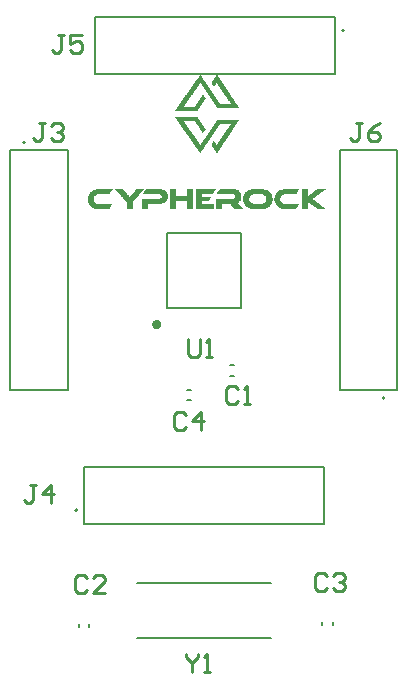
<source format=gbr>
%TF.GenerationSoftware,Altium Limited,Altium Designer,23.4.1 (23)*%
G04 Layer_Color=65535*
%FSLAX45Y45*%
%MOMM*%
%TF.SameCoordinates,37F79050-5382-499E-8BED-BD4E09E40BF1*%
%TF.FilePolarity,Positive*%
%TF.FileFunction,Legend,Top*%
%TF.Part,Single*%
G01*
G75*
%TA.AperFunction,NonConductor*%
%ADD25C,0.40000*%
%ADD26C,0.20000*%
%ADD27C,0.12700*%
%ADD28C,0.25400*%
G36*
X1762759Y6152486D02*
X1766124D01*
Y6149121D01*
Y6145757D01*
X1769488D01*
Y6142392D01*
Y6139028D01*
X1772852D01*
Y6135664D01*
X1776217D01*
Y6132299D01*
X1779581D01*
Y6128935D01*
Y6125571D01*
X1782945D01*
Y6122206D01*
X1786310D01*
Y6118842D01*
Y6115477D01*
X1789674D01*
Y6112113D01*
X1793039D01*
Y6108749D01*
Y6105384D01*
X1796403D01*
Y6102020D01*
Y6098656D01*
X1799767D01*
Y6095291D01*
X1803132D01*
Y6091927D01*
X1806496D01*
Y6088563D01*
Y6085198D01*
X1809860D01*
Y6081834D01*
X1813225D01*
Y6078469D01*
Y6075105D01*
X1816589D01*
Y6071741D01*
X1819953D01*
Y6068376D01*
Y6065012D01*
X1823318D01*
Y6061648D01*
X1826682D01*
Y6058283D01*
X1830047D01*
Y6054919D01*
Y6051555D01*
X1833411D01*
Y6048190D01*
Y6044826D01*
X1836775D01*
Y6041461D01*
X1840140D01*
Y6038097D01*
Y6034733D01*
X1843504D01*
Y6031368D01*
X1846869D01*
Y6028004D01*
Y6024640D01*
X1850233D01*
Y6021275D01*
X1853597D01*
Y6017911D01*
Y6014547D01*
X1856961D01*
Y6011182D01*
X1860326D01*
Y6007818D01*
Y6004453D01*
X1863690D01*
Y6001089D01*
X1867055D01*
Y5997725D01*
X1870419D01*
Y5994360D01*
Y5990996D01*
X1873783D01*
Y5987632D01*
X1877148D01*
Y5984267D01*
Y5980903D01*
X1880512D01*
Y5977538D01*
X1883876D01*
Y5974174D01*
Y5970810D01*
X1887241D01*
Y5967445D01*
X1890605D01*
Y5964081D01*
Y5960717D01*
X1893970D01*
Y5957352D01*
X1897334D01*
Y5953988D01*
Y5950624D01*
X1900698D01*
Y5947259D01*
X1904063D01*
Y5943895D01*
Y5940530D01*
X1907427D01*
Y5937166D01*
X1910791D01*
Y5933802D01*
Y5930437D01*
X1914156D01*
Y5927073D01*
X1917520D01*
Y5923709D01*
Y5920344D01*
X1920884D01*
Y5916980D01*
X1924249D01*
Y5913616D01*
Y5910251D01*
X1927613D01*
Y5906887D01*
X1930978D01*
Y5903522D01*
Y5900158D01*
X1934342D01*
Y5896794D01*
X1937706D01*
Y5893429D01*
X1941071D01*
Y5890065D01*
Y5886701D01*
X1944435D01*
Y5883336D01*
X1947800D01*
Y5879972D01*
Y5876608D01*
X1951164D01*
Y5873243D01*
X1766124D01*
Y5876608D01*
X1762759D01*
Y5879972D01*
X1759395D01*
Y5883336D01*
Y5886701D01*
X1756031D01*
Y5890065D01*
X1752666D01*
Y5893429D01*
X1749302D01*
Y5896794D01*
Y5900158D01*
X1745938D01*
Y5903522D01*
X1742573D01*
Y5906887D01*
Y5910251D01*
X1739209D01*
Y5913616D01*
X1735844D01*
Y5916980D01*
Y5920344D01*
X1732480D01*
Y5923709D01*
X1729116D01*
Y5927073D01*
Y5930437D01*
X1725751D01*
Y5933802D01*
X1722387D01*
Y5937166D01*
Y5940530D01*
X1719022D01*
Y5943895D01*
X1715658D01*
Y5947259D01*
Y5950624D01*
X1712294D01*
Y5953988D01*
X1708930D01*
Y5957352D01*
Y5960717D01*
X1705565D01*
Y5964081D01*
X1702201D01*
Y5967445D01*
Y5970810D01*
X1698837D01*
Y5974174D01*
X1695472D01*
Y5977538D01*
X1692108D01*
Y5980903D01*
Y5984267D01*
X1688743D01*
Y5987632D01*
X1685379D01*
Y5990996D01*
Y5994360D01*
X1682015D01*
Y5997725D01*
X1678650D01*
Y6001089D01*
Y6004453D01*
X1675286D01*
Y6007818D01*
X1671921D01*
Y6011182D01*
Y6014547D01*
X1668557D01*
Y6017911D01*
X1665193D01*
Y6021275D01*
Y6024640D01*
X1661829D01*
Y6028004D01*
X1658464D01*
Y6031368D01*
Y6034733D01*
X1655100D01*
Y6038097D01*
X1651735D01*
Y6041461D01*
Y6044826D01*
X1648371D01*
Y6048190D01*
X1645007D01*
Y6051555D01*
Y6054919D01*
X1641642D01*
Y6058283D01*
X1638278D01*
Y6061648D01*
Y6065012D01*
X1634913D01*
Y6068376D01*
X1631549D01*
Y6071741D01*
Y6075105D01*
X1628185D01*
Y6078469D01*
X1624820D01*
Y6081834D01*
Y6085198D01*
X1618092D01*
Y6081834D01*
X1614727D01*
Y6078469D01*
Y6075105D01*
X1611363D01*
Y6071741D01*
X1607999D01*
Y6068376D01*
Y6065012D01*
X1604634D01*
Y6061648D01*
X1601270D01*
Y6058283D01*
X1597906D01*
Y6054919D01*
Y6051555D01*
X1594541D01*
Y6048190D01*
X1591177D01*
Y6044826D01*
Y6041461D01*
X1587812D01*
Y6038097D01*
X1584448D01*
Y6034733D01*
X1581084D01*
Y6031368D01*
Y6028004D01*
X1577719D01*
Y6024640D01*
X1574355D01*
Y6021275D01*
Y6017911D01*
X1570991D01*
Y6014547D01*
X1567626D01*
Y6011182D01*
Y6007818D01*
X1564262D01*
Y6004453D01*
X1560898D01*
Y6001089D01*
X1557533D01*
Y5997725D01*
Y5994360D01*
X1554169D01*
Y5990996D01*
Y5987632D01*
X1550804D01*
Y5984267D01*
X1547440D01*
Y5980903D01*
X1544076D01*
Y5977538D01*
Y5974174D01*
X1540711D01*
Y5970810D01*
X1537347D01*
Y5967445D01*
Y5964081D01*
X1533983D01*
Y5960717D01*
X1530618D01*
Y5957352D01*
X1527254D01*
Y5953988D01*
Y5950624D01*
X1523890D01*
Y5947259D01*
X1520525D01*
Y5943895D01*
Y5940530D01*
X1517161D01*
Y5937166D01*
X1513796D01*
Y5933802D01*
Y5930437D01*
X1510432D01*
Y5927073D01*
X1507068D01*
Y5923709D01*
X1503703D01*
Y5920344D01*
Y5916980D01*
X1500339D01*
Y5913616D01*
X1496975D01*
Y5910251D01*
Y5906887D01*
X1493610D01*
Y5903522D01*
X1490246D01*
Y5900158D01*
X1486881D01*
Y5896794D01*
Y5893429D01*
X1483517D01*
Y5890065D01*
Y5886701D01*
X1564262D01*
Y5883336D01*
X1570991D01*
Y5886701D01*
X1574355D01*
Y5890065D01*
X1577719D01*
Y5893429D01*
X1581084D01*
Y5896794D01*
Y5900158D01*
X1584448D01*
Y5903522D01*
Y5906887D01*
X1587812D01*
Y5910251D01*
X1591177D01*
Y5913616D01*
X1594541D01*
Y5916980D01*
Y5920344D01*
X1597906D01*
Y5923709D01*
X1601270D01*
Y5927073D01*
Y5930437D01*
X1604634D01*
Y5933802D01*
X1607999D01*
Y5937166D01*
Y5940530D01*
X1611363D01*
Y5943895D01*
X1614727D01*
Y5947259D01*
X1618092D01*
Y5950624D01*
Y5953988D01*
X1621456D01*
Y5957352D01*
X1624820D01*
Y5960717D01*
Y5964081D01*
X1628185D01*
Y5967445D01*
X1631549D01*
Y5970810D01*
X1634913D01*
Y5974174D01*
Y5977538D01*
X1638278D01*
Y5980903D01*
X1641642D01*
Y5984267D01*
Y5987632D01*
X1645007D01*
Y5984267D01*
Y5980903D01*
X1648371D01*
Y5977538D01*
Y5974174D01*
X1651735D01*
Y5970810D01*
X1655100D01*
Y5967445D01*
X1658464D01*
Y5964081D01*
Y5960717D01*
X1661829D01*
Y5957352D01*
X1665193D01*
Y5953988D01*
Y5950624D01*
Y5947259D01*
X1661829D01*
Y5943895D01*
X1658464D01*
Y5940530D01*
X1655100D01*
Y5937166D01*
Y5933802D01*
X1651735D01*
Y5930437D01*
X1648371D01*
Y5927073D01*
Y5923709D01*
X1645007D01*
Y5920344D01*
X1641642D01*
Y5916980D01*
X1638278D01*
Y5913616D01*
Y5910251D01*
X1634913D01*
Y5906887D01*
X1631549D01*
Y5903522D01*
Y5900158D01*
X1628185D01*
Y5896794D01*
X1624820D01*
Y5893429D01*
Y5890065D01*
X1621456D01*
Y5886701D01*
X1618092D01*
Y5883336D01*
X1614727D01*
Y5879972D01*
Y5876608D01*
X1611363D01*
Y5873243D01*
X1607999D01*
Y5869879D01*
Y5866515D01*
X1604634D01*
Y5863150D01*
X1601270D01*
Y5859786D01*
X1597906D01*
Y5856421D01*
Y5853057D01*
X1594541D01*
Y5849693D01*
X1402772D01*
Y5853057D01*
X1406137D01*
Y5856421D01*
X1409501D01*
Y5859786D01*
X1412865D01*
Y5863150D01*
X1416230D01*
Y5866515D01*
Y5869879D01*
X1419594D01*
Y5873243D01*
X1422959D01*
Y5876608D01*
Y5879972D01*
X1426323D01*
Y5883336D01*
X1429687D01*
Y5886701D01*
Y5890065D01*
X1433052D01*
Y5893429D01*
X1436416D01*
Y5896794D01*
Y5900158D01*
X1439780D01*
Y5903522D01*
X1443145D01*
Y5906887D01*
X1446509D01*
Y5910251D01*
Y5913616D01*
X1449873D01*
Y5916980D01*
X1453238D01*
Y5920344D01*
Y5923709D01*
X1456602D01*
Y5927073D01*
X1459967D01*
Y5930437D01*
X1463331D01*
Y5933802D01*
Y5937166D01*
X1466695D01*
Y5940530D01*
X1470060D01*
Y5943895D01*
Y5947259D01*
X1473424D01*
Y5950624D01*
X1476788D01*
Y5953988D01*
Y5957352D01*
X1480153D01*
Y5960717D01*
X1483517D01*
Y5964081D01*
X1486881D01*
Y5967445D01*
Y5970810D01*
X1490246D01*
Y5974174D01*
X1493610D01*
Y5977538D01*
Y5980903D01*
X1496975D01*
Y5984267D01*
X1500339D01*
Y5987632D01*
X1503703D01*
Y5990996D01*
Y5994360D01*
X1507068D01*
Y5997725D01*
X1510432D01*
Y6001089D01*
Y6004453D01*
X1513796D01*
Y6007818D01*
X1517161D01*
Y6011182D01*
X1520525D01*
Y6014547D01*
Y6017911D01*
X1523890D01*
Y6021275D01*
X1527254D01*
Y6024640D01*
Y6028004D01*
X1530618D01*
Y6031368D01*
X1533983D01*
Y6034733D01*
Y6038097D01*
X1537347D01*
Y6041461D01*
X1540711D01*
Y6044826D01*
Y6048190D01*
X1544076D01*
Y6051555D01*
X1547440D01*
Y6054919D01*
Y6058283D01*
X1550804D01*
Y6061648D01*
X1554169D01*
Y6065012D01*
X1557533D01*
Y6068376D01*
Y6071741D01*
X1560898D01*
Y6075105D01*
X1564262D01*
Y6078469D01*
Y6081834D01*
X1567626D01*
Y6085198D01*
X1570991D01*
Y6088563D01*
Y6091927D01*
X1574355D01*
Y6095291D01*
X1577719D01*
Y6098656D01*
X1581084D01*
Y6102020D01*
Y6105384D01*
X1584448D01*
Y6108749D01*
X1587812D01*
Y6112113D01*
Y6115477D01*
X1591177D01*
Y6118842D01*
X1594541D01*
Y6122206D01*
X1597906D01*
Y6125571D01*
Y6128935D01*
X1601270D01*
Y6132299D01*
X1604634D01*
Y6135664D01*
Y6139028D01*
X1607999D01*
Y6142392D01*
X1611363D01*
Y6145757D01*
X1614727D01*
Y6149121D01*
Y6152486D01*
X1618092D01*
Y6155850D01*
X1621456D01*
Y6152486D01*
X1624820D01*
Y6149121D01*
Y6145757D01*
X1628185D01*
Y6142392D01*
X1631549D01*
Y6139028D01*
Y6135664D01*
X1634913D01*
Y6132299D01*
X1638278D01*
Y6128935D01*
Y6125571D01*
X1641642D01*
Y6122206D01*
X1645007D01*
Y6118842D01*
Y6115477D01*
X1648371D01*
Y6112113D01*
X1651735D01*
Y6108749D01*
X1655100D01*
Y6105384D01*
Y6102020D01*
X1658464D01*
Y6098656D01*
X1661829D01*
Y6095291D01*
Y6091927D01*
X1665193D01*
Y6088563D01*
X1668557D01*
Y6085198D01*
Y6081834D01*
X1671921D01*
Y6078469D01*
X1675286D01*
Y6075105D01*
Y6071741D01*
X1678650D01*
Y6068376D01*
Y6065012D01*
X1682015D01*
Y6061648D01*
X1685379D01*
Y6058283D01*
X1688743D01*
Y6054919D01*
Y6051555D01*
X1692108D01*
Y6048190D01*
X1695472D01*
Y6044826D01*
Y6041461D01*
X1698837D01*
Y6038097D01*
X1702201D01*
Y6034733D01*
Y6031368D01*
X1705565D01*
Y6028004D01*
X1708930D01*
Y6024640D01*
Y6021275D01*
X1712294D01*
Y6017911D01*
X1715658D01*
Y6014547D01*
Y6011182D01*
X1719022D01*
Y6007818D01*
X1722387D01*
Y6004453D01*
Y6001089D01*
X1725751D01*
Y5997725D01*
X1729116D01*
Y5994360D01*
X1732480D01*
Y5990996D01*
Y5987632D01*
X1735844D01*
Y5984267D01*
X1739209D01*
Y5980903D01*
Y5977538D01*
X1742573D01*
Y5974174D01*
Y5970810D01*
X1745938D01*
Y5967445D01*
X1749302D01*
Y5964081D01*
X1752666D01*
Y5960717D01*
Y5957352D01*
X1756031D01*
Y5953988D01*
Y5950624D01*
X1759395D01*
Y5947259D01*
X1762759D01*
Y5943895D01*
X1766124D01*
Y5940530D01*
Y5937166D01*
X1769488D01*
Y5933802D01*
X1772852D01*
Y5930437D01*
Y5927073D01*
X1776217D01*
Y5923709D01*
X1779581D01*
Y5920344D01*
Y5916980D01*
X1782945D01*
Y5913616D01*
X1786310D01*
Y5910251D01*
Y5906887D01*
X1877148D01*
Y5910251D01*
Y5913616D01*
X1873783D01*
Y5916980D01*
Y5920344D01*
X1870419D01*
Y5923709D01*
X1867055D01*
Y5927073D01*
Y5930437D01*
X1863690D01*
Y5933802D01*
X1860326D01*
Y5937166D01*
X1856961D01*
Y5940530D01*
Y5943895D01*
X1853597D01*
Y5947259D01*
Y5950624D01*
X1850233D01*
Y5953988D01*
X1846869D01*
Y5957352D01*
X1843504D01*
Y5960717D01*
Y5964081D01*
X1840140D01*
Y5967445D01*
X1836775D01*
Y5970810D01*
Y5974174D01*
X1833411D01*
Y5977538D01*
X1830047D01*
Y5980903D01*
Y5984267D01*
X1826682D01*
Y5987632D01*
X1823318D01*
Y5990996D01*
Y5994360D01*
X1819953D01*
Y5997725D01*
X1816589D01*
Y6001089D01*
X1813225D01*
Y6004453D01*
Y6007818D01*
X1809860D01*
Y6011182D01*
X1806496D01*
Y6014547D01*
Y6017911D01*
X1803132D01*
Y6021275D01*
X1799767D01*
Y6024640D01*
Y6028004D01*
X1796403D01*
Y6031368D01*
X1793039D01*
Y6034733D01*
Y6038097D01*
X1789674D01*
Y6041461D01*
X1786310D01*
Y6044826D01*
Y6048190D01*
X1782945D01*
Y6051555D01*
X1779581D01*
Y6054919D01*
Y6058283D01*
X1776217D01*
Y6061648D01*
X1772852D01*
Y6065012D01*
Y6068376D01*
X1769488D01*
Y6071741D01*
X1766124D01*
Y6075105D01*
X1762759D01*
Y6078469D01*
Y6081834D01*
X1752666D01*
Y6078469D01*
Y6075105D01*
X1749302D01*
Y6071741D01*
X1745938D01*
Y6068376D01*
Y6065012D01*
X1742573D01*
Y6061648D01*
X1739209D01*
Y6058283D01*
Y6054919D01*
X1735844D01*
Y6051555D01*
X1732480D01*
Y6054919D01*
Y6058283D01*
X1729116D01*
Y6061648D01*
Y6065012D01*
X1725751D01*
Y6068376D01*
X1722387D01*
Y6071741D01*
X1719022D01*
Y6075105D01*
Y6078469D01*
X1715658D01*
Y6081834D01*
X1712294D01*
Y6085198D01*
Y6088563D01*
X1715658D01*
Y6091927D01*
X1719022D01*
Y6095291D01*
Y6098656D01*
X1722387D01*
Y6102020D01*
X1725751D01*
Y6105384D01*
Y6108749D01*
X1729116D01*
Y6112113D01*
X1732480D01*
Y6115477D01*
Y6118842D01*
X1735844D01*
Y6122206D01*
X1739209D01*
Y6125571D01*
Y6128935D01*
X1742573D01*
Y6132299D01*
Y6135664D01*
X1745938D01*
Y6139028D01*
X1749302D01*
Y6142392D01*
Y6145757D01*
X1752666D01*
Y6149121D01*
X1756031D01*
Y6152486D01*
Y6155850D01*
X1762759D01*
Y6152486D01*
D02*
G37*
G36*
X1597906Y5792498D02*
Y5789134D01*
X1601270D01*
Y5785770D01*
Y5782406D01*
X1604634D01*
Y5779041D01*
X1607999D01*
Y5775677D01*
X1611363D01*
Y5772312D01*
X1614727D01*
Y5768948D01*
Y5765584D01*
X1618092D01*
Y5762219D01*
Y5758855D01*
X1621456D01*
Y5755490D01*
X1624820D01*
Y5752126D01*
X1628185D01*
Y5748762D01*
Y5745397D01*
X1631549D01*
Y5742033D01*
X1634913D01*
Y5738668D01*
Y5735304D01*
X1638278D01*
Y5731940D01*
X1641642D01*
Y5728576D01*
X1645007D01*
Y5725211D01*
Y5721847D01*
X1648371D01*
Y5718482D01*
X1651735D01*
Y5715118D01*
Y5711754D01*
X1655100D01*
Y5708389D01*
X1658464D01*
Y5705025D01*
Y5701661D01*
X1661829D01*
Y5698296D01*
X1665193D01*
Y5694932D01*
Y5691567D01*
X1661829D01*
Y5688203D01*
Y5684839D01*
X1658464D01*
Y5681475D01*
X1655100D01*
Y5678110D01*
X1651735D01*
Y5674746D01*
Y5671381D01*
X1648371D01*
Y5668017D01*
X1645007D01*
Y5664653D01*
Y5661288D01*
X1641642D01*
Y5664653D01*
X1638278D01*
Y5668017D01*
Y5671381D01*
X1634913D01*
Y5674746D01*
X1631549D01*
Y5678110D01*
Y5681475D01*
X1628185D01*
Y5684839D01*
X1624820D01*
Y5688203D01*
X1621456D01*
Y5691567D01*
Y5694932D01*
X1618092D01*
Y5698296D01*
X1614727D01*
Y5701661D01*
Y5705025D01*
X1611363D01*
Y5708389D01*
X1607999D01*
Y5711754D01*
Y5715118D01*
X1604634D01*
Y5718482D01*
X1601270D01*
Y5721847D01*
X1597906D01*
Y5725211D01*
Y5728576D01*
X1594541D01*
Y5731940D01*
X1591177D01*
Y5735304D01*
Y5738668D01*
X1587812D01*
Y5742033D01*
X1584448D01*
Y5745397D01*
Y5748762D01*
X1581084D01*
Y5752126D01*
X1577719D01*
Y5755490D01*
X1574355D01*
Y5758855D01*
Y5762219D01*
X1483517D01*
Y5758855D01*
Y5755490D01*
Y5752126D01*
X1486881D01*
Y5748762D01*
X1490246D01*
Y5745397D01*
X1493610D01*
Y5742033D01*
Y5738668D01*
X1496975D01*
Y5735304D01*
X1500339D01*
Y5731940D01*
Y5728576D01*
X1503703D01*
Y5725211D01*
X1507068D01*
Y5721847D01*
X1510432D01*
Y5718482D01*
Y5715118D01*
X1513796D01*
Y5711754D01*
X1517161D01*
Y5708389D01*
Y5705025D01*
X1520525D01*
Y5701661D01*
X1523890D01*
Y5698296D01*
Y5694932D01*
X1527254D01*
Y5691567D01*
X1530618D01*
Y5688203D01*
X1533983D01*
Y5684839D01*
Y5681475D01*
X1537347D01*
Y5678110D01*
X1540711D01*
Y5674746D01*
Y5671381D01*
X1544076D01*
Y5668017D01*
X1547440D01*
Y5664653D01*
Y5661288D01*
X1550804D01*
Y5657924D01*
X1554169D01*
Y5654559D01*
X1557533D01*
Y5651195D01*
Y5647831D01*
X1560898D01*
Y5644466D01*
X1564262D01*
Y5641102D01*
Y5637738D01*
X1567626D01*
Y5634373D01*
X1570991D01*
Y5631009D01*
Y5627645D01*
X1574355D01*
Y5624280D01*
X1577719D01*
Y5620916D01*
X1581084D01*
Y5617552D01*
Y5614187D01*
X1584448D01*
Y5610823D01*
X1587812D01*
Y5607458D01*
Y5604094D01*
X1591177D01*
Y5600730D01*
X1594541D01*
Y5597365D01*
X1597906D01*
Y5594001D01*
Y5590637D01*
X1601270D01*
Y5587272D01*
Y5583908D01*
X1604634D01*
Y5580544D01*
X1607999D01*
Y5577179D01*
X1611363D01*
Y5573815D01*
Y5570450D01*
X1614727D01*
Y5567086D01*
X1618092D01*
Y5563722D01*
X1624820D01*
Y5567086D01*
X1628185D01*
Y5570450D01*
Y5573815D01*
X1631549D01*
Y5577179D01*
Y5580544D01*
X1634913D01*
Y5583908D01*
X1638278D01*
Y5587272D01*
X1641642D01*
Y5590637D01*
Y5594001D01*
X1645007D01*
Y5597365D01*
Y5600730D01*
X1648371D01*
Y5604094D01*
X1651735D01*
Y5607458D01*
X1655100D01*
Y5610823D01*
Y5614187D01*
X1658464D01*
Y5617552D01*
X1661829D01*
Y5620916D01*
Y5624280D01*
X1665193D01*
Y5627645D01*
X1668557D01*
Y5631009D01*
Y5634373D01*
X1671921D01*
Y5637738D01*
X1675286D01*
Y5641102D01*
Y5644466D01*
X1678650D01*
Y5647831D01*
X1682015D01*
Y5651195D01*
Y5654559D01*
X1685379D01*
Y5657924D01*
X1688743D01*
Y5661288D01*
Y5664653D01*
X1692108D01*
Y5668017D01*
X1695472D01*
Y5671381D01*
Y5674746D01*
X1698837D01*
Y5678110D01*
X1702201D01*
Y5681475D01*
X1705565D01*
Y5684839D01*
Y5688203D01*
X1708930D01*
Y5691567D01*
Y5694932D01*
X1712294D01*
Y5698296D01*
X1715658D01*
Y5701661D01*
X1719022D01*
Y5705025D01*
Y5708389D01*
X1722387D01*
Y5711754D01*
X1725751D01*
Y5715118D01*
Y5718482D01*
X1729116D01*
Y5721847D01*
X1732480D01*
Y5725211D01*
Y5728576D01*
X1735844D01*
Y5731940D01*
Y5735304D01*
X1739209D01*
Y5738668D01*
X1742573D01*
Y5742033D01*
X1745938D01*
Y5745397D01*
Y5748762D01*
X1749302D01*
Y5752126D01*
X1752666D01*
Y5755490D01*
Y5758855D01*
X1756031D01*
Y5762219D01*
X1759395D01*
Y5765584D01*
Y5768948D01*
X1762759D01*
Y5772312D01*
X1766124D01*
Y5775677D01*
X1951164D01*
Y5772312D01*
X1947800D01*
Y5768948D01*
Y5765584D01*
X1944435D01*
Y5762219D01*
X1941071D01*
Y5758855D01*
Y5755490D01*
X1937706D01*
Y5752126D01*
X1934342D01*
Y5748762D01*
Y5745397D01*
X1930978D01*
Y5742033D01*
X1927613D01*
Y5738668D01*
Y5735304D01*
X1924249D01*
Y5731940D01*
X1920884D01*
Y5728576D01*
X1917520D01*
Y5725211D01*
Y5721847D01*
X1914156D01*
Y5718482D01*
Y5715118D01*
X1910791D01*
Y5711754D01*
X1907427D01*
Y5708389D01*
Y5705025D01*
X1904063D01*
Y5701661D01*
X1900698D01*
Y5698296D01*
Y5694932D01*
X1897334D01*
Y5691567D01*
X1893970D01*
Y5688203D01*
X1890605D01*
Y5684839D01*
Y5681475D01*
X1887241D01*
Y5678110D01*
Y5674746D01*
X1883876D01*
Y5671381D01*
X1880512D01*
Y5668017D01*
X1877148D01*
Y5664653D01*
Y5661288D01*
X1873783D01*
Y5657924D01*
Y5654559D01*
X1870419D01*
Y5651195D01*
X1867055D01*
Y5647831D01*
X1863690D01*
Y5644466D01*
Y5641102D01*
X1860326D01*
Y5637738D01*
X1856961D01*
Y5634373D01*
Y5631009D01*
X1853597D01*
Y5627645D01*
X1850233D01*
Y5624280D01*
Y5620916D01*
X1846869D01*
Y5617552D01*
X1843504D01*
Y5614187D01*
Y5610823D01*
X1840140D01*
Y5607458D01*
X1836775D01*
Y5604094D01*
Y5600730D01*
X1833411D01*
Y5597365D01*
X1830047D01*
Y5594001D01*
Y5590637D01*
X1826682D01*
Y5587272D01*
X1823318D01*
Y5583908D01*
Y5580544D01*
X1819953D01*
Y5577179D01*
X1816589D01*
Y5573815D01*
X1813225D01*
Y5570450D01*
Y5567086D01*
X1809860D01*
Y5563722D01*
Y5560357D01*
X1806496D01*
Y5556993D01*
X1803132D01*
Y5553628D01*
X1799767D01*
Y5550264D01*
Y5546900D01*
X1796403D01*
Y5543536D01*
Y5540171D01*
X1793039D01*
Y5536807D01*
X1789674D01*
Y5533442D01*
Y5530078D01*
X1786310D01*
Y5526714D01*
X1782945D01*
Y5523349D01*
Y5519985D01*
X1779581D01*
Y5516620D01*
X1776217D01*
Y5513256D01*
X1772852D01*
Y5509892D01*
Y5506527D01*
X1769488D01*
Y5503163D01*
X1766124D01*
Y5499799D01*
Y5496434D01*
X1762759D01*
Y5493070D01*
Y5489706D01*
X1759395D01*
Y5493070D01*
X1756031D01*
Y5496434D01*
Y5499799D01*
X1752666D01*
Y5503163D01*
X1749302D01*
Y5506527D01*
X1745938D01*
Y5509892D01*
Y5513256D01*
X1742573D01*
Y5516620D01*
Y5519985D01*
X1739209D01*
Y5523349D01*
X1735844D01*
Y5526714D01*
Y5530078D01*
X1732480D01*
Y5533442D01*
X1729116D01*
Y5536807D01*
Y5540171D01*
X1725751D01*
Y5543536D01*
X1722387D01*
Y5546900D01*
Y5550264D01*
X1719022D01*
Y5553628D01*
X1715658D01*
Y5556993D01*
Y5560357D01*
X1712294D01*
Y5563722D01*
X1715658D01*
Y5567086D01*
Y5570450D01*
X1719022D01*
Y5573815D01*
X1722387D01*
Y5577179D01*
X1725751D01*
Y5580544D01*
Y5583908D01*
X1729116D01*
Y5587272D01*
Y5590637D01*
X1732480D01*
Y5594001D01*
X1735844D01*
Y5590637D01*
X1739209D01*
Y5587272D01*
X1742573D01*
Y5583908D01*
Y5580544D01*
X1745938D01*
Y5577179D01*
X1749302D01*
Y5573815D01*
Y5570450D01*
X1752666D01*
Y5567086D01*
X1756031D01*
Y5563722D01*
X1762759D01*
Y5567086D01*
Y5570450D01*
X1766124D01*
Y5573815D01*
Y5577179D01*
X1769488D01*
Y5580544D01*
X1772852D01*
Y5583908D01*
X1776217D01*
Y5587272D01*
Y5590637D01*
X1779581D01*
Y5594001D01*
X1782945D01*
Y5597365D01*
Y5600730D01*
X1786310D01*
Y5604094D01*
X1789674D01*
Y5607458D01*
Y5610823D01*
X1793039D01*
Y5614187D01*
X1796403D01*
Y5617552D01*
Y5620916D01*
X1799767D01*
Y5624280D01*
X1803132D01*
Y5627645D01*
Y5631009D01*
X1806496D01*
Y5634373D01*
X1809860D01*
Y5637738D01*
Y5641102D01*
X1813225D01*
Y5644466D01*
X1816589D01*
Y5647831D01*
X1819953D01*
Y5651195D01*
Y5654559D01*
X1823318D01*
Y5657924D01*
Y5661288D01*
X1826682D01*
Y5664653D01*
X1830047D01*
Y5668017D01*
X1833411D01*
Y5671381D01*
Y5674746D01*
X1836775D01*
Y5678110D01*
Y5681475D01*
X1840140D01*
Y5684839D01*
X1843504D01*
Y5688203D01*
X1846869D01*
Y5691567D01*
Y5694932D01*
X1850233D01*
Y5698296D01*
X1853597D01*
Y5701661D01*
Y5705025D01*
X1856961D01*
Y5708389D01*
X1860326D01*
Y5711754D01*
X1863690D01*
Y5715118D01*
Y5718482D01*
X1867055D01*
Y5721847D01*
Y5725211D01*
X1870419D01*
Y5728576D01*
X1873783D01*
Y5731940D01*
X1877148D01*
Y5735304D01*
Y5738668D01*
Y5742033D01*
X1789674D01*
Y5738668D01*
X1786310D01*
Y5735304D01*
X1782945D01*
Y5731940D01*
Y5728576D01*
X1779581D01*
Y5725211D01*
X1776217D01*
Y5721847D01*
Y5718482D01*
X1772852D01*
Y5715118D01*
X1769488D01*
Y5711754D01*
X1766124D01*
Y5708389D01*
Y5705025D01*
X1762759D01*
Y5701661D01*
X1759395D01*
Y5698296D01*
Y5694932D01*
X1756031D01*
Y5691567D01*
X1752666D01*
Y5688203D01*
Y5684839D01*
X1749302D01*
Y5681475D01*
X1745938D01*
Y5678110D01*
Y5674746D01*
X1742573D01*
Y5671381D01*
X1739209D01*
Y5668017D01*
Y5664653D01*
X1735844D01*
Y5661288D01*
X1732480D01*
Y5657924D01*
Y5654559D01*
X1729116D01*
Y5651195D01*
X1725751D01*
Y5647831D01*
Y5644466D01*
X1722387D01*
Y5641102D01*
X1719022D01*
Y5637738D01*
Y5634373D01*
X1715658D01*
Y5631009D01*
X1712294D01*
Y5627645D01*
Y5624280D01*
X1708930D01*
Y5620916D01*
X1705565D01*
Y5617552D01*
X1702201D01*
Y5614187D01*
Y5610823D01*
X1698837D01*
Y5607458D01*
Y5604094D01*
X1695472D01*
Y5600730D01*
X1692108D01*
Y5597365D01*
Y5594001D01*
X1688743D01*
Y5590637D01*
X1685379D01*
Y5587272D01*
Y5583908D01*
X1682015D01*
Y5580544D01*
X1678650D01*
Y5577179D01*
X1675286D01*
Y5573815D01*
Y5570450D01*
X1671921D01*
Y5567086D01*
Y5563722D01*
X1668557D01*
Y5560357D01*
X1665193D01*
Y5556993D01*
X1661829D01*
Y5553628D01*
Y5550264D01*
X1658464D01*
Y5546900D01*
Y5543536D01*
X1655100D01*
Y5540171D01*
X1651735D01*
Y5536807D01*
X1648371D01*
Y5533442D01*
Y5530078D01*
X1645007D01*
Y5526714D01*
Y5523349D01*
X1641642D01*
Y5519985D01*
X1638278D01*
Y5516620D01*
X1634913D01*
Y5513256D01*
Y5509892D01*
X1631549D01*
Y5506527D01*
X1628185D01*
Y5503163D01*
Y5499799D01*
X1624820D01*
Y5496434D01*
X1621456D01*
Y5493070D01*
Y5489706D01*
X1618092D01*
Y5493070D01*
Y5496434D01*
X1614727D01*
Y5499799D01*
X1611363D01*
Y5503163D01*
X1607999D01*
Y5506527D01*
Y5509892D01*
X1604634D01*
Y5513256D01*
X1601270D01*
Y5516620D01*
Y5519985D01*
X1597906D01*
Y5523349D01*
X1594541D01*
Y5526714D01*
X1591177D01*
Y5530078D01*
Y5533442D01*
X1587812D01*
Y5536807D01*
X1584448D01*
Y5540171D01*
Y5543536D01*
X1581084D01*
Y5546900D01*
X1577719D01*
Y5550264D01*
Y5553628D01*
X1574355D01*
Y5556993D01*
X1570991D01*
Y5560357D01*
Y5563722D01*
X1567626D01*
Y5567086D01*
X1564262D01*
Y5570450D01*
X1560898D01*
Y5573815D01*
Y5577179D01*
X1557533D01*
Y5580544D01*
X1554169D01*
Y5583908D01*
Y5587272D01*
X1550804D01*
Y5590637D01*
X1547440D01*
Y5594001D01*
X1544076D01*
Y5597365D01*
Y5600730D01*
X1540711D01*
Y5604094D01*
X1537347D01*
Y5607458D01*
Y5610823D01*
X1533983D01*
Y5614187D01*
X1530618D01*
Y5617552D01*
Y5620916D01*
X1527254D01*
Y5624280D01*
X1523890D01*
Y5627645D01*
X1520525D01*
Y5631009D01*
Y5634373D01*
X1517161D01*
Y5637738D01*
X1513796D01*
Y5641102D01*
Y5644466D01*
X1510432D01*
Y5647831D01*
X1507068D01*
Y5651195D01*
Y5654559D01*
X1503703D01*
Y5657924D01*
X1500339D01*
Y5661288D01*
X1496975D01*
Y5664653D01*
Y5668017D01*
X1493610D01*
Y5671381D01*
Y5674746D01*
X1490246D01*
Y5678110D01*
X1486881D01*
Y5681475D01*
X1483517D01*
Y5684839D01*
X1480153D01*
Y5688203D01*
Y5691567D01*
X1476788D01*
Y5694932D01*
Y5698296D01*
X1473424D01*
Y5701661D01*
X1470060D01*
Y5705025D01*
X1466695D01*
Y5708389D01*
Y5711754D01*
X1463331D01*
Y5715118D01*
X1459967D01*
Y5718482D01*
Y5721847D01*
X1456602D01*
Y5725211D01*
X1453238D01*
Y5728576D01*
Y5731940D01*
X1449873D01*
Y5735304D01*
X1446509D01*
Y5738668D01*
X1443145D01*
Y5742033D01*
Y5745397D01*
X1439780D01*
Y5748762D01*
X1436416D01*
Y5752126D01*
Y5755490D01*
X1433052D01*
Y5758855D01*
X1429687D01*
Y5762219D01*
X1426323D01*
Y5765584D01*
Y5768948D01*
X1422959D01*
Y5772312D01*
X1419594D01*
Y5775677D01*
Y5779041D01*
X1416230D01*
Y5782406D01*
X1412865D01*
Y5785770D01*
X1409501D01*
Y5789134D01*
Y5792498D01*
X1406137D01*
Y5795863D01*
X1597906D01*
Y5792498D01*
D02*
G37*
G36*
X2681231Y5183548D02*
X2674502D01*
Y5180184D01*
X2671138D01*
Y5176819D01*
X2667774D01*
Y5173455D01*
X2661045D01*
Y5170091D01*
X2657680D01*
Y5166727D01*
X2654316D01*
Y5163362D01*
X2647587D01*
Y5159998D01*
X2644223D01*
Y5156633D01*
X2637494D01*
Y5153269D01*
X2634130D01*
Y5149905D01*
X2630766D01*
Y5146540D01*
X2627401D01*
Y5143176D01*
X2620672D01*
Y5139811D01*
X2617308D01*
Y5136447D01*
X2610579D01*
Y5133083D01*
X2607215D01*
Y5129718D01*
X2603851D01*
Y5126354D01*
X2600486D01*
Y5122990D01*
X2593758D01*
Y5119626D01*
X2590393D01*
Y5116261D01*
X2587029D01*
Y5112897D01*
X2580300D01*
Y5109532D01*
X2576936D01*
Y5106168D01*
X2573571D01*
Y5102804D01*
Y5099439D01*
X2576936D01*
Y5096075D01*
X2580300D01*
Y5092710D01*
X2587029D01*
Y5089346D01*
X2590393D01*
Y5085982D01*
X2597122D01*
Y5082617D01*
X2600486D01*
Y5079253D01*
X2603851D01*
Y5075889D01*
X2610579D01*
Y5072524D01*
X2613944D01*
Y5069160D01*
X2617308D01*
Y5065796D01*
X2624037D01*
Y5062431D01*
X2627401D01*
Y5059067D01*
X2634130D01*
Y5055703D01*
X2637494D01*
Y5052338D01*
X2640859D01*
Y5048974D01*
X2644223D01*
Y5045609D01*
X2650952D01*
Y5042245D01*
X2654316D01*
Y5038881D01*
X2661045D01*
Y5035516D01*
X2664409D01*
Y5032152D01*
X2667774D01*
Y5028788D01*
X2674502D01*
Y5025423D01*
X2677867D01*
Y5022059D01*
X2681231D01*
Y5018695D01*
X2610579D01*
Y5022059D01*
X2607215D01*
Y5025423D01*
X2600486D01*
Y5028788D01*
X2597122D01*
Y5032152D01*
X2590393D01*
Y5035516D01*
X2587029D01*
Y5038881D01*
X2580300D01*
Y5042245D01*
X2576936D01*
Y5045609D01*
X2570207D01*
Y5048974D01*
X2566843D01*
Y5052338D01*
X2563478D01*
Y5055703D01*
X2556750D01*
Y5059067D01*
X2553385D01*
Y5062431D01*
X2546656D01*
Y5065796D01*
X2543292D01*
Y5069160D01*
X2539928D01*
Y5072524D01*
X2529835D01*
Y5069160D01*
Y5065796D01*
Y5062431D01*
Y5059067D01*
Y5055703D01*
Y5052338D01*
Y5048974D01*
Y5045609D01*
Y5042245D01*
Y5038881D01*
Y5035516D01*
Y5032152D01*
Y5028788D01*
Y5025423D01*
Y5022059D01*
Y5018695D01*
X2479369D01*
Y5022059D01*
Y5025423D01*
Y5028788D01*
Y5032152D01*
Y5035516D01*
Y5038881D01*
Y5042245D01*
Y5045609D01*
Y5048974D01*
Y5052338D01*
Y5055703D01*
Y5059067D01*
Y5062431D01*
Y5065796D01*
Y5069160D01*
Y5072524D01*
Y5075889D01*
Y5079253D01*
Y5082617D01*
Y5085982D01*
Y5089346D01*
Y5092710D01*
Y5096075D01*
Y5099439D01*
Y5102804D01*
Y5106168D01*
Y5109532D01*
Y5112897D01*
Y5116261D01*
Y5119626D01*
Y5122990D01*
Y5126354D01*
Y5129718D01*
Y5133083D01*
Y5136447D01*
Y5139811D01*
Y5143176D01*
Y5146540D01*
Y5149905D01*
Y5153269D01*
Y5156633D01*
Y5159998D01*
Y5163362D01*
Y5166727D01*
Y5170091D01*
Y5173455D01*
Y5176819D01*
Y5180184D01*
Y5183548D01*
Y5186913D01*
X2529835D01*
Y5183548D01*
Y5180184D01*
Y5176819D01*
Y5173455D01*
Y5170091D01*
Y5166727D01*
Y5163362D01*
Y5159998D01*
Y5156633D01*
Y5153269D01*
Y5149905D01*
Y5146540D01*
Y5143176D01*
Y5139811D01*
Y5136447D01*
Y5133083D01*
Y5129718D01*
X2533199D01*
Y5133083D01*
X2539928D01*
Y5136447D01*
X2543292D01*
Y5139811D01*
X2546656D01*
Y5143176D01*
X2553385D01*
Y5146540D01*
X2556750D01*
Y5149905D01*
X2563478D01*
Y5153269D01*
X2566843D01*
Y5156633D01*
X2570207D01*
Y5159998D01*
X2576936D01*
Y5163362D01*
X2580300D01*
Y5166727D01*
X2583664D01*
Y5170091D01*
X2587029D01*
Y5173455D01*
X2593758D01*
Y5176819D01*
X2597122D01*
Y5180184D01*
X2603851D01*
Y5183548D01*
X2607215D01*
Y5186913D01*
X2681231D01*
Y5183548D01*
D02*
G37*
G36*
X1560898D02*
Y5180184D01*
Y5176819D01*
Y5173455D01*
Y5170091D01*
Y5166727D01*
Y5163362D01*
Y5159998D01*
Y5156633D01*
Y5153269D01*
Y5149905D01*
Y5146540D01*
Y5143176D01*
Y5139811D01*
Y5136447D01*
Y5133083D01*
Y5129718D01*
Y5126354D01*
Y5122990D01*
Y5119626D01*
Y5116261D01*
Y5112897D01*
Y5109532D01*
Y5106168D01*
Y5102804D01*
Y5099439D01*
Y5096075D01*
Y5092710D01*
Y5089346D01*
Y5085982D01*
Y5082617D01*
Y5079253D01*
Y5075889D01*
Y5072524D01*
Y5069160D01*
Y5065796D01*
Y5062431D01*
Y5059067D01*
Y5055703D01*
Y5052338D01*
Y5048974D01*
Y5045609D01*
Y5042245D01*
Y5038881D01*
Y5035516D01*
Y5032152D01*
Y5028788D01*
Y5025423D01*
Y5022059D01*
Y5018695D01*
X1510432D01*
Y5022059D01*
Y5025423D01*
Y5028788D01*
Y5032152D01*
Y5035516D01*
Y5038881D01*
Y5042245D01*
Y5045609D01*
Y5048974D01*
Y5052338D01*
Y5055703D01*
Y5059067D01*
Y5062431D01*
Y5065796D01*
Y5069160D01*
Y5072524D01*
Y5075889D01*
Y5079253D01*
Y5082617D01*
X1416230D01*
Y5079253D01*
X1412865D01*
Y5075889D01*
Y5072524D01*
Y5069160D01*
Y5065796D01*
Y5062431D01*
Y5059067D01*
Y5055703D01*
Y5052338D01*
Y5048974D01*
Y5045609D01*
Y5042245D01*
Y5038881D01*
Y5035516D01*
Y5032152D01*
Y5028788D01*
Y5025423D01*
Y5022059D01*
X1416230D01*
Y5018695D01*
X1362400D01*
Y5022059D01*
Y5025423D01*
Y5028788D01*
Y5032152D01*
Y5035516D01*
Y5038881D01*
Y5042245D01*
Y5045609D01*
Y5048974D01*
Y5052338D01*
Y5055703D01*
Y5059067D01*
Y5062431D01*
Y5065796D01*
Y5069160D01*
Y5072524D01*
Y5075889D01*
Y5079253D01*
Y5082617D01*
Y5085982D01*
Y5089346D01*
Y5092710D01*
Y5096075D01*
Y5099439D01*
Y5102804D01*
Y5106168D01*
Y5109532D01*
Y5112897D01*
Y5116261D01*
Y5119626D01*
Y5122990D01*
Y5126354D01*
Y5129718D01*
Y5133083D01*
Y5136447D01*
Y5139811D01*
Y5143176D01*
Y5146540D01*
Y5149905D01*
Y5153269D01*
Y5156633D01*
Y5159998D01*
Y5163362D01*
Y5166727D01*
Y5170091D01*
Y5173455D01*
Y5176819D01*
Y5180184D01*
Y5183548D01*
Y5186913D01*
X1416230D01*
Y5183548D01*
X1412865D01*
Y5180184D01*
Y5176819D01*
Y5173455D01*
Y5170091D01*
Y5166727D01*
Y5163362D01*
Y5159998D01*
Y5156633D01*
Y5153269D01*
Y5149905D01*
Y5146540D01*
Y5143176D01*
Y5139811D01*
Y5136447D01*
Y5133083D01*
Y5129718D01*
Y5126354D01*
X1510432D01*
Y5129718D01*
Y5133083D01*
Y5136447D01*
Y5139811D01*
Y5143176D01*
Y5146540D01*
Y5149905D01*
Y5153269D01*
Y5156633D01*
Y5159998D01*
Y5163362D01*
Y5166727D01*
Y5170091D01*
Y5173455D01*
Y5176819D01*
Y5180184D01*
Y5183548D01*
Y5186913D01*
X1560898D01*
Y5183548D01*
D02*
G37*
G36*
X1140352D02*
Y5180184D01*
X1136988D01*
Y5176819D01*
X1133623D01*
Y5173455D01*
X1130259D01*
Y5170091D01*
X1126894D01*
Y5166727D01*
X1123530D01*
Y5163362D01*
X1120166D01*
Y5159998D01*
Y5156633D01*
X1116801D01*
Y5153269D01*
X1113437D01*
Y5149905D01*
X1110072D01*
Y5146540D01*
X1106708D01*
Y5143176D01*
X1103344D01*
Y5139811D01*
X1099980D01*
Y5136447D01*
Y5133083D01*
X1096615D01*
Y5129718D01*
X1093251D01*
Y5126354D01*
X1089886D01*
Y5122990D01*
X1086522D01*
Y5119626D01*
X1083158D01*
Y5116261D01*
X1079793D01*
Y5112897D01*
Y5109532D01*
X1076429D01*
Y5106168D01*
X1073064D01*
Y5102804D01*
X1069700D01*
Y5099439D01*
X1066336D01*
Y5096075D01*
X1062971D01*
Y5092710D01*
X1059607D01*
Y5089346D01*
Y5085982D01*
X1056243D01*
Y5082617D01*
X1052878D01*
Y5079253D01*
X1049514D01*
Y5075889D01*
Y5072524D01*
Y5069160D01*
Y5065796D01*
Y5062431D01*
Y5059067D01*
Y5055703D01*
Y5052338D01*
Y5048974D01*
Y5045609D01*
Y5042245D01*
Y5038881D01*
Y5035516D01*
Y5032152D01*
Y5028788D01*
Y5025423D01*
Y5022059D01*
Y5018695D01*
X995684D01*
Y5022059D01*
Y5025423D01*
Y5028788D01*
Y5032152D01*
Y5035516D01*
Y5038881D01*
Y5042245D01*
Y5045609D01*
Y5048974D01*
Y5052338D01*
Y5055703D01*
Y5059067D01*
Y5062431D01*
Y5065796D01*
Y5069160D01*
Y5072524D01*
Y5075889D01*
Y5079253D01*
X992320D01*
Y5082617D01*
X988955D01*
Y5085982D01*
X985591D01*
Y5089346D01*
X982227D01*
Y5092710D01*
X978862D01*
Y5096075D01*
Y5099439D01*
X975498D01*
Y5102804D01*
X972133D01*
Y5106168D01*
X968769D01*
Y5109532D01*
X965405D01*
Y5112897D01*
X962040D01*
Y5116261D01*
Y5119626D01*
X955312D01*
Y5122990D01*
X951947D01*
Y5126354D01*
Y5129718D01*
X948583D01*
Y5133083D01*
X945219D01*
Y5136447D01*
X941854D01*
Y5139811D01*
X938490D01*
Y5143176D01*
X935126D01*
Y5146540D01*
Y5149905D01*
X928397D01*
Y5153269D01*
X925032D01*
Y5156633D01*
Y5159998D01*
X921668D01*
Y5163362D01*
X918304D01*
Y5166727D01*
X914939D01*
Y5170091D01*
X911575D01*
Y5173455D01*
X908211D01*
Y5176819D01*
X904846D01*
Y5180184D01*
X901482D01*
Y5183548D01*
X898118D01*
Y5186913D01*
X965405D01*
Y5183548D01*
X968769D01*
Y5180184D01*
X972133D01*
Y5176819D01*
X975498D01*
Y5173455D01*
X978862D01*
Y5170091D01*
X982227D01*
Y5166727D01*
X985591D01*
Y5163362D01*
Y5159998D01*
X988955D01*
Y5156633D01*
X992320D01*
Y5153269D01*
X995684D01*
Y5149905D01*
X999049D01*
Y5146540D01*
X1002413D01*
Y5143176D01*
Y5139811D01*
X1009141D01*
Y5136447D01*
X1012506D01*
Y5133083D01*
Y5129718D01*
X1015870D01*
Y5126354D01*
X1019235D01*
Y5122990D01*
X1025963D01*
Y5126354D01*
X1029328D01*
Y5129718D01*
X1032692D01*
Y5133083D01*
X1036057D01*
Y5136447D01*
Y5139811D01*
X1039421D01*
Y5143176D01*
X1042785D01*
Y5146540D01*
X1046150D01*
Y5149905D01*
X1049514D01*
Y5153269D01*
X1052878D01*
Y5156633D01*
X1056243D01*
Y5159998D01*
Y5163362D01*
X1062971D01*
Y5166727D01*
Y5170091D01*
X1066336D01*
Y5173455D01*
X1069700D01*
Y5176819D01*
X1073064D01*
Y5180184D01*
X1076429D01*
Y5183548D01*
Y5186913D01*
X1140352D01*
Y5183548D01*
D02*
G37*
G36*
X2163119D02*
X2176576D01*
Y5180184D01*
X2186669D01*
Y5176819D01*
X2193398D01*
Y5173455D01*
X2196762D01*
Y5170091D01*
X2203491D01*
Y5166727D01*
X2206856D01*
Y5163362D01*
X2210220D01*
Y5159998D01*
X2213584D01*
Y5156633D01*
X2216949D01*
Y5153269D01*
Y5149905D01*
X2220313D01*
Y5146540D01*
Y5143176D01*
X2223678D01*
Y5139811D01*
X2227042D01*
Y5136447D01*
Y5133083D01*
Y5129718D01*
Y5126354D01*
X2230406D01*
Y5122990D01*
Y5119626D01*
Y5116261D01*
X2233770D01*
Y5112897D01*
Y5109532D01*
Y5106168D01*
Y5102804D01*
Y5099439D01*
Y5096075D01*
Y5092710D01*
Y5089346D01*
X2230406D01*
Y5085982D01*
Y5082617D01*
Y5079253D01*
Y5075889D01*
X2227042D01*
Y5072524D01*
Y5069160D01*
Y5065796D01*
X2223678D01*
Y5062431D01*
X2220313D01*
Y5059067D01*
Y5055703D01*
X2216949D01*
Y5052338D01*
Y5048974D01*
X2213584D01*
Y5045609D01*
X2210220D01*
Y5042245D01*
X2206856D01*
Y5038881D01*
X2203491D01*
Y5035516D01*
X2196762D01*
Y5032152D01*
X2193398D01*
Y5028788D01*
X2186669D01*
Y5025423D01*
X2176576D01*
Y5022059D01*
X2166483D01*
Y5018695D01*
X2048730D01*
Y5022059D01*
X2038637D01*
Y5025423D01*
X2028544D01*
Y5028788D01*
X2021816D01*
Y5032152D01*
X2015087D01*
Y5035516D01*
X2011722D01*
Y5038881D01*
X2008358D01*
Y5042245D01*
X2004994D01*
Y5045609D01*
X2001629D01*
Y5048974D01*
X1998265D01*
Y5052338D01*
X1994901D01*
Y5055703D01*
Y5059067D01*
X1991536D01*
Y5062431D01*
Y5065796D01*
X1988172D01*
Y5069160D01*
Y5072524D01*
Y5075889D01*
X1984808D01*
Y5079253D01*
Y5082617D01*
Y5085982D01*
Y5089346D01*
X1981443D01*
Y5092710D01*
X1984808D01*
Y5096075D01*
Y5099439D01*
X1981443D01*
Y5102804D01*
Y5106168D01*
X1984808D01*
Y5109532D01*
Y5112897D01*
X1981443D01*
Y5116261D01*
X1984808D01*
Y5119626D01*
Y5122990D01*
Y5126354D01*
Y5129718D01*
X1988172D01*
Y5133083D01*
Y5136447D01*
Y5139811D01*
X1991536D01*
Y5143176D01*
Y5146540D01*
X1994901D01*
Y5149905D01*
X1998265D01*
Y5153269D01*
Y5156633D01*
X2001629D01*
Y5159998D01*
X2004994D01*
Y5163362D01*
X2008358D01*
Y5166727D01*
X2011722D01*
Y5170091D01*
X2018451D01*
Y5173455D01*
X2021816D01*
Y5176819D01*
X2028544D01*
Y5180184D01*
X2038637D01*
Y5183548D01*
X2052095D01*
Y5186913D01*
X2163119D01*
Y5183548D01*
D02*
G37*
G36*
X1920884D02*
X1930978D01*
Y5180184D01*
X1937706D01*
Y5176819D01*
X1944435D01*
Y5173455D01*
X1947800D01*
Y5170091D01*
X1951164D01*
Y5166727D01*
X1954528D01*
Y5163362D01*
X1957892D01*
Y5159998D01*
Y5156633D01*
X1961257D01*
Y5153269D01*
X1964621D01*
Y5149905D01*
Y5146540D01*
Y5143176D01*
Y5139811D01*
X1967986D01*
Y5136447D01*
Y5133083D01*
Y5129718D01*
Y5126354D01*
Y5122990D01*
Y5119626D01*
Y5116261D01*
Y5112897D01*
Y5109532D01*
Y5106168D01*
X1964621D01*
Y5102804D01*
Y5099439D01*
Y5096075D01*
X1961257D01*
Y5092710D01*
Y5089346D01*
X1957892D01*
Y5085982D01*
X1954528D01*
Y5082617D01*
X1951164D01*
Y5079253D01*
X1947800D01*
Y5075889D01*
X1944435D01*
Y5072524D01*
X1941071D01*
Y5069160D01*
X1937706D01*
Y5065796D01*
X1941071D01*
Y5062431D01*
X1944435D01*
Y5059067D01*
X1947800D01*
Y5055703D01*
X1951164D01*
Y5052338D01*
X1954528D01*
Y5048974D01*
X1957892D01*
Y5045609D01*
X1961257D01*
Y5042245D01*
X1964621D01*
Y5038881D01*
X1967986D01*
Y5035516D01*
X1971350D01*
Y5032152D01*
X1974714D01*
Y5028788D01*
X1978079D01*
Y5025423D01*
Y5022059D01*
X1981443D01*
Y5018695D01*
X1907427D01*
Y5022059D01*
X1904063D01*
Y5025423D01*
X1900698D01*
Y5028788D01*
X1897334D01*
Y5032152D01*
Y5035516D01*
X1893970D01*
Y5038881D01*
X1890605D01*
Y5042245D01*
X1887241D01*
Y5045609D01*
X1883876D01*
Y5048974D01*
X1880512D01*
Y5052338D01*
X1877148D01*
Y5055703D01*
Y5059067D01*
X1873783D01*
Y5062431D01*
X1803132D01*
Y5059067D01*
Y5055703D01*
Y5052338D01*
Y5048974D01*
Y5045609D01*
Y5042245D01*
Y5038881D01*
Y5035516D01*
Y5032152D01*
Y5028788D01*
Y5025423D01*
Y5022059D01*
Y5018695D01*
X1752666D01*
Y5022059D01*
Y5025423D01*
Y5028788D01*
Y5032152D01*
Y5035516D01*
Y5038881D01*
Y5042245D01*
Y5045609D01*
Y5048974D01*
Y5052338D01*
Y5055703D01*
Y5059067D01*
Y5062431D01*
Y5065796D01*
Y5069160D01*
Y5072524D01*
Y5075889D01*
Y5079253D01*
Y5082617D01*
Y5085982D01*
Y5089346D01*
Y5092710D01*
Y5096075D01*
Y5099439D01*
Y5102804D01*
X1904063D01*
Y5106168D01*
X1907427D01*
Y5109532D01*
X1914156D01*
Y5112897D01*
Y5116261D01*
X1917520D01*
Y5119626D01*
Y5122990D01*
Y5126354D01*
Y5129718D01*
Y5133083D01*
X1914156D01*
Y5136447D01*
X1910791D01*
Y5139811D01*
X1907427D01*
Y5143176D01*
X1752666D01*
Y5146540D01*
X1756031D01*
Y5149905D01*
X1759395D01*
Y5153269D01*
Y5156633D01*
X1762759D01*
Y5159998D01*
X1766124D01*
Y5163362D01*
X1769488D01*
Y5166727D01*
Y5170091D01*
X1772852D01*
Y5173455D01*
X1776217D01*
Y5176819D01*
Y5180184D01*
X1779581D01*
Y5183548D01*
X1782945D01*
Y5186913D01*
X1920884D01*
Y5183548D01*
D02*
G37*
G36*
X1749302D02*
X1745938D01*
Y5180184D01*
Y5176819D01*
X1742573D01*
Y5173455D01*
X1739209D01*
Y5170091D01*
Y5166727D01*
X1735844D01*
Y5163362D01*
X1732480D01*
Y5159998D01*
Y5156633D01*
X1729116D01*
Y5153269D01*
X1725751D01*
Y5149905D01*
Y5146540D01*
X1634913D01*
Y5143176D01*
Y5139811D01*
Y5136447D01*
Y5133083D01*
Y5129718D01*
Y5126354D01*
Y5122990D01*
X1712294D01*
Y5119626D01*
X1708930D01*
Y5116261D01*
Y5112897D01*
X1705565D01*
Y5109532D01*
X1702201D01*
Y5106168D01*
Y5102804D01*
X1698837D01*
Y5099439D01*
X1695472D01*
Y5096075D01*
Y5092710D01*
X1692108D01*
Y5089346D01*
X1688743D01*
Y5085982D01*
Y5082617D01*
X1638278D01*
Y5079253D01*
X1634913D01*
Y5075889D01*
Y5072524D01*
Y5069160D01*
Y5065796D01*
Y5062431D01*
Y5059067D01*
X1732480D01*
Y5055703D01*
Y5052338D01*
Y5048974D01*
Y5045609D01*
Y5042245D01*
Y5038881D01*
Y5035516D01*
Y5032152D01*
Y5028788D01*
Y5025423D01*
Y5022059D01*
Y5018695D01*
X1584448D01*
Y5022059D01*
Y5025423D01*
Y5028788D01*
Y5032152D01*
Y5035516D01*
Y5038881D01*
Y5042245D01*
Y5045609D01*
Y5048974D01*
Y5052338D01*
Y5055703D01*
Y5059067D01*
Y5062431D01*
Y5065796D01*
Y5069160D01*
Y5072524D01*
Y5075889D01*
Y5079253D01*
Y5082617D01*
Y5085982D01*
Y5089346D01*
Y5092710D01*
Y5096075D01*
Y5099439D01*
Y5102804D01*
Y5106168D01*
Y5109532D01*
Y5112897D01*
Y5116261D01*
Y5119626D01*
Y5122990D01*
Y5126354D01*
Y5129718D01*
Y5133083D01*
Y5136447D01*
Y5139811D01*
Y5143176D01*
Y5146540D01*
Y5149905D01*
Y5153269D01*
Y5156633D01*
Y5159998D01*
Y5163362D01*
Y5166727D01*
Y5170091D01*
Y5173455D01*
Y5176819D01*
Y5180184D01*
Y5183548D01*
Y5186913D01*
X1749302D01*
Y5183548D01*
D02*
G37*
G36*
X1295113D02*
X1305206D01*
Y5180184D01*
X1311934D01*
Y5176819D01*
X1318663D01*
Y5173455D01*
X1322028D01*
Y5170091D01*
X1325392D01*
Y5166727D01*
X1328756D01*
Y5163362D01*
X1332121D01*
Y5159998D01*
X1335485D01*
Y5156633D01*
Y5153269D01*
Y5149905D01*
X1338849D01*
Y5146540D01*
Y5143176D01*
X1342214D01*
Y5139811D01*
Y5136447D01*
Y5133083D01*
Y5129718D01*
Y5126354D01*
Y5122990D01*
Y5119626D01*
Y5116261D01*
Y5112897D01*
Y5109532D01*
Y5106168D01*
X1338849D01*
Y5102804D01*
Y5099439D01*
Y5096075D01*
X1335485D01*
Y5092710D01*
Y5089346D01*
X1332121D01*
Y5085982D01*
X1328756D01*
Y5082617D01*
X1325392D01*
Y5079253D01*
X1322028D01*
Y5075889D01*
X1318663D01*
Y5072524D01*
X1315299D01*
Y5069160D01*
X1308570D01*
Y5065796D01*
X1298477D01*
Y5062431D01*
X1177360D01*
Y5059067D01*
Y5055703D01*
Y5052338D01*
Y5048974D01*
Y5045609D01*
Y5042245D01*
Y5038881D01*
Y5035516D01*
Y5032152D01*
Y5028788D01*
Y5025423D01*
Y5022059D01*
Y5018695D01*
X1126894D01*
Y5022059D01*
Y5025423D01*
Y5028788D01*
Y5032152D01*
Y5035516D01*
Y5038881D01*
Y5042245D01*
Y5045609D01*
Y5048974D01*
Y5052338D01*
Y5055703D01*
Y5059067D01*
Y5062431D01*
Y5065796D01*
Y5069160D01*
Y5072524D01*
Y5075889D01*
Y5079253D01*
Y5082617D01*
Y5085982D01*
Y5089346D01*
Y5092710D01*
Y5096075D01*
Y5099439D01*
Y5102804D01*
X1278291D01*
Y5106168D01*
X1281655D01*
Y5109532D01*
X1288384D01*
Y5112897D01*
Y5116261D01*
X1291748D01*
Y5119626D01*
Y5122990D01*
Y5126354D01*
Y5129718D01*
Y5133083D01*
X1288384D01*
Y5136447D01*
X1285020D01*
Y5139811D01*
X1281655D01*
Y5143176D01*
X1126894D01*
Y5146540D01*
X1130259D01*
Y5149905D01*
X1133623D01*
Y5153269D01*
X1136988D01*
Y5156633D01*
X1140352D01*
Y5159998D01*
Y5163362D01*
X1143716D01*
Y5166727D01*
X1147081D01*
Y5170091D01*
X1150445D01*
Y5173455D01*
X1153809D01*
Y5176819D01*
X1157174D01*
Y5180184D01*
Y5183548D01*
X1160538D01*
Y5186913D01*
X1295113D01*
Y5183548D01*
D02*
G37*
G36*
X2459183D02*
X2455819D01*
Y5180184D01*
X2452454D01*
Y5176819D01*
X2449090D01*
Y5173455D01*
Y5170091D01*
X2445725D01*
Y5166727D01*
Y5163362D01*
X2442361D01*
Y5159998D01*
X2438997D01*
Y5156633D01*
X2435632D01*
Y5153269D01*
Y5149905D01*
X2432268D01*
Y5146540D01*
X2428904D01*
Y5143176D01*
X2327973D01*
Y5139811D01*
X2317880D01*
Y5136447D01*
X2314515D01*
Y5133083D01*
X2307787D01*
Y5129718D01*
Y5126354D01*
X2304422D01*
Y5122990D01*
X2301058D01*
Y5119626D01*
Y5116261D01*
X2297693D01*
Y5112897D01*
Y5109532D01*
Y5106168D01*
Y5102804D01*
Y5099439D01*
Y5096075D01*
Y5092710D01*
Y5089346D01*
Y5085982D01*
X2301058D01*
Y5082617D01*
Y5079253D01*
X2304422D01*
Y5075889D01*
X2307787D01*
Y5072524D01*
X2311151D01*
Y5069160D01*
X2314515D01*
Y5065796D01*
X2321244D01*
Y5062431D01*
X2327973D01*
Y5059067D01*
X2455819D01*
Y5055703D01*
X2452454D01*
Y5052338D01*
Y5048974D01*
X2449090D01*
Y5045609D01*
X2445725D01*
Y5042245D01*
Y5038881D01*
X2442361D01*
Y5035516D01*
X2438997D01*
Y5032152D01*
X2435632D01*
Y5028788D01*
Y5025423D01*
X2432268D01*
Y5022059D01*
Y5018695D01*
X2428904D01*
Y5015330D01*
X2324609D01*
Y5018695D01*
X2311151D01*
Y5022059D01*
X2301058D01*
Y5025423D01*
X2290965D01*
Y5028788D01*
X2287600D01*
Y5032152D01*
X2280871D01*
Y5035516D01*
X2277507D01*
Y5038881D01*
X2274143D01*
Y5042245D01*
X2270779D01*
Y5045609D01*
X2267414D01*
Y5048974D01*
X2264050D01*
Y5052338D01*
Y5055703D01*
X2260686D01*
Y5059067D01*
X2257321D01*
Y5062431D01*
Y5065796D01*
X2253957D01*
Y5069160D01*
Y5072524D01*
Y5075889D01*
Y5079253D01*
X2250592D01*
Y5082617D01*
Y5085982D01*
Y5089346D01*
X2247228D01*
Y5092710D01*
Y5096075D01*
Y5099439D01*
Y5102804D01*
Y5106168D01*
Y5109532D01*
Y5112897D01*
X2250592D01*
Y5116261D01*
Y5119626D01*
Y5122990D01*
Y5126354D01*
X2253957D01*
Y5129718D01*
Y5133083D01*
Y5136447D01*
Y5139811D01*
X2257321D01*
Y5143176D01*
X2260686D01*
Y5146540D01*
Y5149905D01*
X2264050D01*
Y5153269D01*
X2267414D01*
Y5156633D01*
Y5159998D01*
X2270779D01*
Y5163362D01*
X2274143D01*
Y5166727D01*
X2280871D01*
Y5170091D01*
X2284236D01*
Y5173455D01*
X2287600D01*
Y5176819D01*
X2294329D01*
Y5180184D01*
X2304422D01*
Y5183548D01*
X2317880D01*
Y5186913D01*
X2459183D01*
Y5183548D01*
D02*
G37*
G36*
X877931D02*
X874567D01*
Y5180184D01*
X871203D01*
Y5176819D01*
Y5173455D01*
X867838D01*
Y5170091D01*
Y5166727D01*
X864474D01*
Y5163362D01*
X861110D01*
Y5159998D01*
X857745D01*
Y5156633D01*
Y5153269D01*
X854381D01*
Y5149905D01*
Y5146540D01*
X851016D01*
Y5143176D01*
X746721D01*
Y5139811D01*
X739992D01*
Y5136447D01*
X733264D01*
Y5133083D01*
X729899D01*
Y5129718D01*
X726535D01*
Y5126354D01*
X723171D01*
Y5122990D01*
Y5119626D01*
X719806D01*
Y5116261D01*
Y5112897D01*
Y5109532D01*
Y5106168D01*
X716442D01*
Y5102804D01*
Y5099439D01*
Y5096075D01*
X719806D01*
Y5092710D01*
Y5089346D01*
Y5085982D01*
Y5082617D01*
X723171D01*
Y5079253D01*
Y5075889D01*
X726535D01*
Y5072524D01*
X729899D01*
Y5069160D01*
X736628D01*
Y5065796D01*
X739992D01*
Y5062431D01*
X750085D01*
Y5059067D01*
X874567D01*
Y5055703D01*
Y5052338D01*
X871203D01*
Y5048974D01*
X867838D01*
Y5045609D01*
Y5042245D01*
X864474D01*
Y5038881D01*
X861110D01*
Y5035516D01*
Y5032152D01*
X857745D01*
Y5028788D01*
X854381D01*
Y5025423D01*
Y5022059D01*
X851016D01*
Y5018695D01*
X847652D01*
Y5015330D01*
X743357D01*
Y5018695D01*
X729899D01*
Y5022059D01*
X719806D01*
Y5025423D01*
X713077D01*
Y5028788D01*
X706349D01*
Y5032152D01*
X702984D01*
Y5035516D01*
X696256D01*
Y5038881D01*
X692891D01*
Y5042245D01*
X689527D01*
Y5045609D01*
X686162D01*
Y5048974D01*
Y5052338D01*
X682798D01*
Y5055703D01*
X679434D01*
Y5059067D01*
Y5062431D01*
X676069D01*
Y5065796D01*
Y5069160D01*
X672705D01*
Y5072524D01*
Y5075889D01*
Y5079253D01*
X669341D01*
Y5082617D01*
Y5085982D01*
Y5089346D01*
Y5092710D01*
Y5096075D01*
X665976D01*
Y5099439D01*
Y5102804D01*
Y5106168D01*
Y5109532D01*
X669341D01*
Y5112897D01*
Y5116261D01*
Y5119626D01*
Y5122990D01*
X672705D01*
Y5126354D01*
Y5129718D01*
Y5133083D01*
X676069D01*
Y5136447D01*
Y5139811D01*
Y5143176D01*
X679434D01*
Y5146540D01*
X682798D01*
Y5149905D01*
Y5153269D01*
X686162D01*
Y5156633D01*
X689527D01*
Y5159998D01*
X692891D01*
Y5163362D01*
X696256D01*
Y5166727D01*
X699620D01*
Y5170091D01*
X702984D01*
Y5173455D01*
X709713D01*
Y5176819D01*
X713077D01*
Y5180184D01*
X726535D01*
Y5183548D01*
X736628D01*
Y5186913D01*
X877931D01*
Y5183548D01*
D02*
G37*
%LPC*%
G36*
X2149661Y5143176D02*
X2065552D01*
Y5139811D01*
X2058823D01*
Y5136447D01*
X2052095D01*
Y5133083D01*
X2048730D01*
Y5129718D01*
X2045366D01*
Y5126354D01*
X2042002D01*
Y5122990D01*
Y5119626D01*
X2038637D01*
Y5116261D01*
Y5112897D01*
X2035273D01*
Y5109532D01*
Y5106168D01*
Y5102804D01*
Y5099439D01*
Y5096075D01*
Y5092710D01*
Y5089346D01*
X2038637D01*
Y5085982D01*
Y5082617D01*
X2042002D01*
Y5079253D01*
X2045366D01*
Y5075889D01*
X2048730D01*
Y5072524D01*
X2052095D01*
Y5069160D01*
X2055459D01*
Y5065796D01*
X2062188D01*
Y5062431D01*
X2153026D01*
Y5065796D01*
X2159755D01*
Y5069160D01*
X2163119D01*
Y5072524D01*
X2169848D01*
Y5075889D01*
Y5079253D01*
X2173212D01*
Y5082617D01*
X2176576D01*
Y5085982D01*
Y5089346D01*
Y5092710D01*
X2179941D01*
Y5096075D01*
Y5099439D01*
Y5102804D01*
Y5106168D01*
Y5109532D01*
Y5112897D01*
X2176576D01*
Y5116261D01*
Y5119626D01*
Y5122990D01*
X2173212D01*
Y5126354D01*
X2169848D01*
Y5129718D01*
X2166483D01*
Y5133083D01*
X2163119D01*
Y5136447D01*
X2156390D01*
Y5139811D01*
X2149661D01*
Y5143176D01*
D02*
G37*
%LPD*%
D25*
X1270000Y4040000D02*
G03*
X1270000Y4040000I-20000J0D01*
G01*
D26*
X3183000Y3419000D02*
G03*
X3183000Y3419000I-10000J0D01*
G01*
X137000Y5581000D02*
G03*
X137000Y5581000I-10000J0D01*
G01*
X579000Y2468000D02*
G03*
X579000Y2468000I-10000J0D01*
G01*
X2837250Y6532000D02*
G03*
X2837250Y6532000I-10000J0D01*
G01*
X1335000Y4185000D02*
X1965000D01*
Y4815000D01*
X1335000D02*
X1965000D01*
X1335000Y4185000D02*
Y4815000D01*
D27*
X1509000Y3399875D02*
X1539000D01*
X1509000Y3489875D02*
X1539000D01*
X1874125Y3606250D02*
X1904125D01*
X1874125Y3696250D02*
X1904125D01*
X590000Y1477250D02*
Y1507250D01*
X680000Y1477250D02*
Y1507250D01*
X2653750Y1493125D02*
Y1523125D01*
X2743750Y1493125D02*
Y1523125D01*
X2804500Y3484000D02*
X3287500D01*
X2804500Y5516000D02*
X3287500D01*
X2804500Y3484000D02*
Y5516000D01*
X3287500Y3484000D02*
Y5516000D01*
X12500D02*
X495500D01*
X12500Y3484000D02*
X495500D01*
Y5516000D01*
X12500Y3484000D02*
Y5516000D01*
X634000Y2353500D02*
Y2836500D01*
X2666000Y2353500D02*
Y2836500D01*
X634000D02*
X2666000D01*
X634000Y2353500D02*
X2666000D01*
X2762250Y6163500D02*
Y6646500D01*
X730250Y6163500D02*
Y6646500D01*
Y6163500D02*
X2762250D01*
X730250Y6646500D02*
X2762250D01*
X1080000Y1384250D02*
X2220000D01*
X1080000Y1854250D02*
X2220000D01*
D28*
X1498608Y3273408D02*
X1473217Y3298800D01*
X1422433D01*
X1397041Y3273408D01*
Y3171842D01*
X1422433Y3146450D01*
X1473217D01*
X1498608Y3171842D01*
X1625567Y3146450D02*
Y3298800D01*
X1549392Y3222625D01*
X1650959D01*
X1936750Y3495658D02*
X1911358Y3521050D01*
X1860575D01*
X1835183Y3495658D01*
Y3394092D01*
X1860575Y3368700D01*
X1911358D01*
X1936750Y3394092D01*
X1987534Y3368700D02*
X2038317D01*
X2012926D01*
Y3521050D01*
X1987534Y3495658D01*
X2689233Y1908158D02*
X2663842Y1933550D01*
X2613058D01*
X2587666Y1908158D01*
Y1806592D01*
X2613058Y1781200D01*
X2663842D01*
X2689233Y1806592D01*
X2740017Y1908158D02*
X2765409Y1933550D01*
X2816192D01*
X2841584Y1908158D01*
Y1882767D01*
X2816192Y1857375D01*
X2790800D01*
X2816192D01*
X2841584Y1831983D01*
Y1806592D01*
X2816192Y1781200D01*
X2765409D01*
X2740017Y1806592D01*
X657233Y1892283D02*
X631842Y1917675D01*
X581058D01*
X555666Y1892283D01*
Y1790717D01*
X581058Y1765325D01*
X631842D01*
X657233Y1790717D01*
X809584Y1765325D02*
X708017D01*
X809584Y1866892D01*
Y1892283D01*
X784192Y1917675D01*
X733409D01*
X708017Y1892283D01*
X2990858Y5743550D02*
X2940075D01*
X2965467D01*
Y5616592D01*
X2940075Y5591200D01*
X2914683D01*
X2889291Y5616592D01*
X3143209Y5743550D02*
X3092425Y5718158D01*
X3041642Y5667375D01*
Y5616592D01*
X3067034Y5591200D01*
X3117817D01*
X3143209Y5616592D01*
Y5641983D01*
X3117817Y5667375D01*
X3041642D01*
X466733Y6489675D02*
X415950D01*
X441342D01*
Y6362717D01*
X415950Y6337325D01*
X390558D01*
X365166Y6362717D01*
X619084Y6489675D02*
X517517D01*
Y6413500D01*
X568300Y6438892D01*
X593692D01*
X619084Y6413500D01*
Y6362717D01*
X593692Y6337325D01*
X542909D01*
X517517Y6362717D01*
X228608Y2679675D02*
X177825D01*
X203217D01*
Y2552717D01*
X177825Y2527325D01*
X152433D01*
X127041Y2552717D01*
X355567Y2527325D02*
Y2679675D01*
X279392Y2603500D01*
X380959D01*
X1501808Y1250925D02*
Y1225533D01*
X1552592Y1174750D01*
X1603375Y1225533D01*
Y1250925D01*
X1552592Y1174750D02*
Y1098575D01*
X1654159D02*
X1704942D01*
X1679551D01*
Y1250925D01*
X1654159Y1225533D01*
X307983Y5743550D02*
X257200D01*
X282592D01*
Y5616592D01*
X257200Y5591200D01*
X231808D01*
X206416Y5616592D01*
X358767Y5718158D02*
X384159Y5743550D01*
X434942D01*
X460334Y5718158D01*
Y5692767D01*
X434942Y5667375D01*
X409550D01*
X434942D01*
X460334Y5641983D01*
Y5616592D01*
X434942Y5591200D01*
X384159D01*
X358767Y5616592D01*
X1517683Y3917925D02*
Y3790967D01*
X1543075Y3765575D01*
X1593858D01*
X1619250Y3790967D01*
Y3917925D01*
X1670034Y3765575D02*
X1720817D01*
X1695426D01*
Y3917925D01*
X1670034Y3892533D01*
%TF.MD5,4d2f01601f34b900e7ce8ee60461c2f1*%
M02*

</source>
